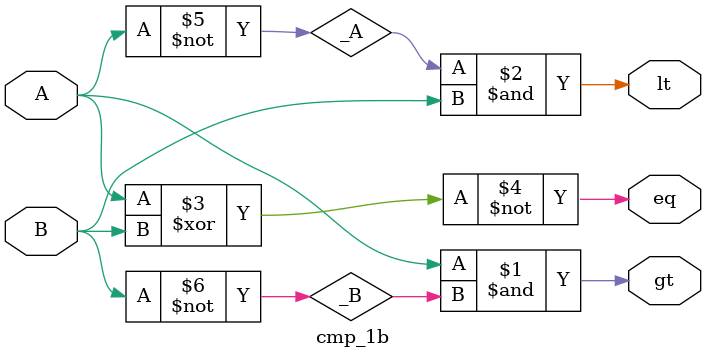
<source format=v>
module cmp_1b (gt, eq, lt, A, B);

  output wire gt, eq, lt;
  input wire A, B;

  wire _A, _B;

  not not_A (_A, A);
  not not_B (_B, B);

  and and_gt (gt, A, _B);
  and and_lt (lt, _A, B);
  xnor xnor_eq (eq, A, B);

endmodule

</source>
